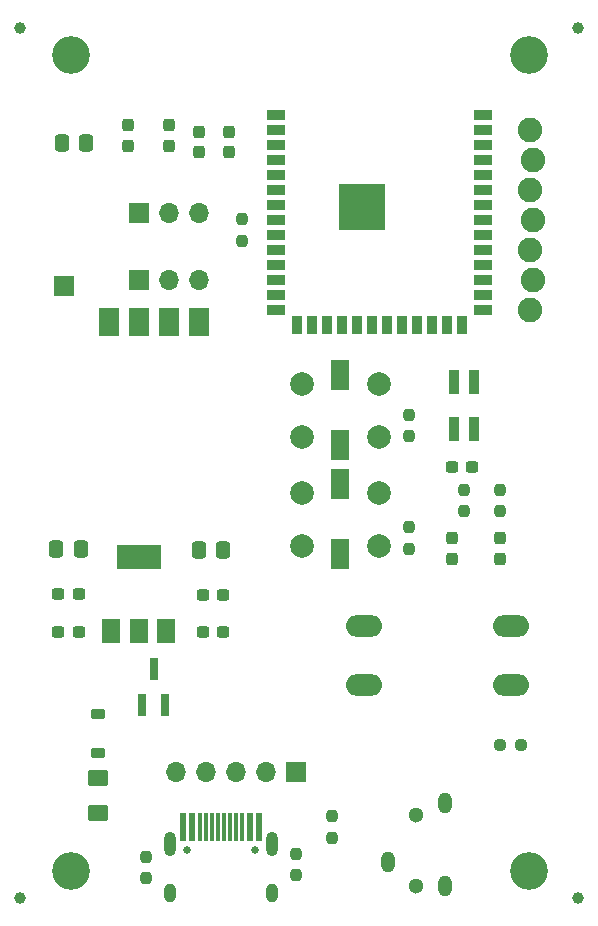
<source format=gbr>
%TF.GenerationSoftware,KiCad,Pcbnew,(7.0.0)*%
%TF.CreationDate,2023-12-01T19:40:39-08:00*%
%TF.ProjectId,OpenShock,4f70656e-5368-46f6-936b-2e6b69636164,rev?*%
%TF.SameCoordinates,Original*%
%TF.FileFunction,Soldermask,Top*%
%TF.FilePolarity,Negative*%
%FSLAX46Y46*%
G04 Gerber Fmt 4.6, Leading zero omitted, Abs format (unit mm)*
G04 Created by KiCad (PCBNEW (7.0.0)) date 2023-12-01 19:40:39*
%MOMM*%
%LPD*%
G01*
G04 APERTURE LIST*
G04 Aperture macros list*
%AMRoundRect*
0 Rectangle with rounded corners*
0 $1 Rounding radius*
0 $2 $3 $4 $5 $6 $7 $8 $9 X,Y pos of 4 corners*
0 Add a 4 corners polygon primitive as box body*
4,1,4,$2,$3,$4,$5,$6,$7,$8,$9,$2,$3,0*
0 Add four circle primitives for the rounded corners*
1,1,$1+$1,$2,$3*
1,1,$1+$1,$4,$5*
1,1,$1+$1,$6,$7*
1,1,$1+$1,$8,$9*
0 Add four rect primitives between the rounded corners*
20,1,$1+$1,$2,$3,$4,$5,0*
20,1,$1+$1,$4,$5,$6,$7,0*
20,1,$1+$1,$6,$7,$8,$9,0*
20,1,$1+$1,$8,$9,$2,$3,0*%
G04 Aperture macros list end*
%ADD10R,1.500000X0.900000*%
%ADD11R,0.900000X1.500000*%
%ADD12C,0.600000*%
%ADD13R,3.900000X3.900000*%
%ADD14RoundRect,0.237500X0.237500X-0.250000X0.237500X0.250000X-0.237500X0.250000X-0.237500X-0.250000X0*%
%ADD15RoundRect,0.237500X-0.300000X-0.237500X0.300000X-0.237500X0.300000X0.237500X-0.300000X0.237500X0*%
%ADD16C,3.200000*%
%ADD17R,0.850000X2.050000*%
%ADD18C,1.300000*%
%ADD19O,1.200000X1.800000*%
%ADD20R,1.700000X1.700000*%
%ADD21C,1.000000*%
%ADD22R,1.500000X2.000000*%
%ADD23R,3.800000X2.000000*%
%ADD24RoundRect,0.237500X0.237500X-0.300000X0.237500X0.300000X-0.237500X0.300000X-0.237500X-0.300000X0*%
%ADD25RoundRect,0.237500X-0.250000X-0.237500X0.250000X-0.237500X0.250000X0.237500X-0.250000X0.237500X0*%
%ADD26O,1.700000X1.700000*%
%ADD27C,2.000000*%
%ADD28R,1.600000X2.600000*%
%ADD29R,1.600000X2.500000*%
%ADD30RoundRect,0.250001X-0.624999X0.462499X-0.624999X-0.462499X0.624999X-0.462499X0.624999X0.462499X0*%
%ADD31RoundRect,0.237500X-0.237500X0.250000X-0.237500X-0.250000X0.237500X-0.250000X0.237500X0.250000X0*%
%ADD32RoundRect,0.250000X0.337500X0.475000X-0.337500X0.475000X-0.337500X-0.475000X0.337500X-0.475000X0*%
%ADD33C,0.650000*%
%ADD34R,0.600000X2.450000*%
%ADD35R,0.300000X2.450000*%
%ADD36O,1.000000X2.100000*%
%ADD37O,1.000000X1.600000*%
%ADD38O,3.048000X1.850000*%
%ADD39RoundRect,0.237500X0.237500X-0.287500X0.237500X0.287500X-0.237500X0.287500X-0.237500X-0.287500X0*%
%ADD40RoundRect,0.237500X0.300000X0.237500X-0.300000X0.237500X-0.300000X-0.237500X0.300000X-0.237500X0*%
%ADD41RoundRect,0.225000X-0.375000X0.225000X-0.375000X-0.225000X0.375000X-0.225000X0.375000X0.225000X0*%
%ADD42RoundRect,0.250000X-0.337500X-0.475000X0.337500X-0.475000X0.337500X0.475000X-0.337500X0.475000X0*%
%ADD43R,0.800000X1.900000*%
%ADD44R,1.800000X2.424000*%
%ADD45RoundRect,0.237500X-0.237500X0.300000X-0.237500X-0.300000X0.237500X-0.300000X0.237500X0.300000X0*%
%ADD46C,2.082800*%
G04 APERTURE END LIST*
D10*
%TO.C,U1*%
X120254999Y-44523999D03*
X120254999Y-45793999D03*
X120254999Y-47063999D03*
X120254999Y-48333999D03*
X120254999Y-49603999D03*
X120254999Y-50873999D03*
X120254999Y-52143999D03*
X120254999Y-53413999D03*
X120254999Y-54683999D03*
X120254999Y-55953999D03*
X120254999Y-57223999D03*
X120254999Y-58493999D03*
X120254999Y-59763999D03*
X120254999Y-61033999D03*
D11*
X122019999Y-62283999D03*
X123289999Y-62283999D03*
X124559999Y-62283999D03*
X125829999Y-62283999D03*
X127099999Y-62283999D03*
X128369999Y-62283999D03*
X129639999Y-62283999D03*
X130909999Y-62283999D03*
X132179999Y-62283999D03*
X133449999Y-62283999D03*
X134719999Y-62283999D03*
X135989999Y-62283999D03*
D10*
X137754999Y-61033999D03*
X137754999Y-59763999D03*
X137754999Y-58493999D03*
X137754999Y-57223999D03*
X137754999Y-55953999D03*
X137754999Y-54683999D03*
X137754999Y-53413999D03*
X137754999Y-52143999D03*
X137754999Y-50873999D03*
X137754999Y-49603999D03*
X137754999Y-48333999D03*
X137754999Y-47063999D03*
X137754999Y-45793999D03*
X137754999Y-44523999D03*
D12*
X126105000Y-51544000D03*
X126105000Y-52944000D03*
X126805000Y-50844000D03*
X126805000Y-52244000D03*
X126805000Y-53644000D03*
X127505000Y-51544000D03*
D13*
X127504999Y-52243999D03*
D12*
X127505000Y-52944000D03*
X128205000Y-50844000D03*
X128205000Y-52244000D03*
X128205000Y-53644000D03*
X128905000Y-51544000D03*
X128905000Y-52944000D03*
%TD*%
D14*
%TO.C,R3*%
X124968000Y-105664000D03*
X124968000Y-103839000D03*
%TD*%
D15*
%TO.C,C3*%
X114015000Y-88265000D03*
X115740000Y-88265000D03*
%TD*%
D14*
%TO.C,R9*%
X117348000Y-55141500D03*
X117348000Y-53316500D03*
%TD*%
D16*
%TO.C,REF\u002A\u002A*%
X141605000Y-39370000D03*
%TD*%
D17*
%TO.C,D1*%
X135254999Y-71066999D03*
X137004999Y-71066999D03*
X137004999Y-67116999D03*
X135254999Y-67116999D03*
%TD*%
D14*
%TO.C,R7*%
X136144000Y-78025000D03*
X136144000Y-76200000D03*
%TD*%
%TO.C,R2*%
X131445000Y-81200000D03*
X131445000Y-79375000D03*
%TD*%
D18*
%TO.C,CN1*%
X132080000Y-109728000D03*
X132080000Y-103728000D03*
D19*
X134479999Y-109727999D03*
X134479999Y-102727999D03*
X129679999Y-107727999D03*
%TD*%
D16*
%TO.C,REF\u002A\u002A*%
X102870000Y-108458000D03*
%TD*%
D20*
%TO.C,AE1*%
X102234999Y-58927999D03*
%TD*%
D21*
%TO.C,*%
X145764000Y-37107400D03*
%TD*%
D22*
%TO.C,U2*%
X106284999Y-88214999D03*
X108584999Y-88214999D03*
D23*
X108584999Y-81914999D03*
D22*
X110884999Y-88214999D03*
%TD*%
D15*
%TO.C,C2*%
X101780000Y-88240000D03*
X103505000Y-88240000D03*
%TD*%
D24*
%TO.C,C5*%
X111125000Y-47090500D03*
X111125000Y-45365500D03*
%TD*%
D25*
%TO.C,R8*%
X139145000Y-97790000D03*
X140970000Y-97790000D03*
%TD*%
D20*
%TO.C,J6*%
X121919999Y-100075999D03*
D26*
X119379999Y-100075999D03*
X116839999Y-100075999D03*
X114299999Y-100075999D03*
X111759999Y-100075999D03*
%TD*%
D27*
%TO.C,SW2*%
X128905000Y-76490000D03*
X122405000Y-80990000D03*
X128905000Y-80990000D03*
D28*
X125654999Y-81689999D03*
D29*
X125654999Y-75739999D03*
D27*
X122405000Y-76490000D03*
%TD*%
D14*
%TO.C,R4*%
X121920000Y-108862500D03*
X121920000Y-107037500D03*
%TD*%
D15*
%TO.C,C1*%
X101780000Y-85065000D03*
X103505000Y-85065000D03*
%TD*%
D21*
%TO.C,FID4*%
X145780000Y-110783400D03*
%TD*%
%TO.C,FID1*%
X98552000Y-37084000D03*
%TD*%
D30*
%TO.C,F1*%
X105156000Y-100620500D03*
X105156000Y-103595500D03*
%TD*%
D20*
%TO.C,J3*%
X108584999Y-58419999D03*
D26*
X111124999Y-58419999D03*
X113664999Y-58419999D03*
%TD*%
D27*
%TO.C,SW1*%
X128905000Y-67255000D03*
X122405000Y-71755000D03*
X128905000Y-71755000D03*
D28*
X125654999Y-72454999D03*
D29*
X125654999Y-66504999D03*
D27*
X122405000Y-67255000D03*
%TD*%
D16*
%TO.C,REF\u002A\u002A*%
X141605000Y-108458000D03*
%TD*%
D14*
%TO.C,R5*%
X109220000Y-109116500D03*
X109220000Y-107291500D03*
%TD*%
D24*
%TO.C,C6*%
X107696000Y-47090500D03*
X107696000Y-45365500D03*
%TD*%
D31*
%TO.C,R1*%
X131445000Y-69850000D03*
X131445000Y-71675000D03*
%TD*%
D21*
%TO.C,FID4*%
X98568000Y-110760000D03*
%TD*%
D32*
%TO.C,C12*%
X104161500Y-46863000D03*
X102086500Y-46863000D03*
%TD*%
D33*
%TO.C,J1*%
X112680000Y-106720000D03*
X118460000Y-106720000D03*
D34*
X112344999Y-104774999D03*
X113119999Y-104774999D03*
D35*
X114319999Y-104774999D03*
X115319999Y-104774999D03*
X115819999Y-104774999D03*
X116819999Y-104774999D03*
D34*
X118019999Y-104769999D03*
X118794999Y-104774999D03*
X118794999Y-104769999D03*
X118019999Y-104774999D03*
D35*
X117319999Y-104774999D03*
X116319999Y-104774999D03*
X114819999Y-104774999D03*
X113819999Y-104774999D03*
D34*
X113119999Y-104744999D03*
X112344999Y-104769999D03*
D36*
X111249999Y-106189999D03*
D37*
X111249999Y-110369999D03*
D36*
X119889999Y-106189999D03*
D37*
X119889999Y-110369999D03*
%TD*%
D16*
%TO.C,REF\u002A\u002A*%
X102870000Y-39370000D03*
%TD*%
D38*
%TO.C,SW3*%
X127634999Y-87709999D03*
X140134999Y-87709999D03*
X127634999Y-92709999D03*
X140134999Y-92709999D03*
%TD*%
D39*
%TO.C,D3*%
X139192000Y-82089000D03*
X139192000Y-80339000D03*
%TD*%
D40*
%TO.C,C7*%
X136825000Y-74295000D03*
X135100000Y-74295000D03*
%TD*%
D41*
%TO.C,D2*%
X105156000Y-95215500D03*
X105156000Y-98515500D03*
%TD*%
D42*
%TO.C,C11*%
X113665000Y-81280000D03*
X115740000Y-81280000D03*
%TD*%
D15*
%TO.C,C4*%
X114015000Y-85090000D03*
X115740000Y-85090000D03*
%TD*%
D43*
%TO.C,U3*%
X108904999Y-94414999D03*
X110804999Y-94414999D03*
X109854999Y-91414999D03*
%TD*%
D20*
%TO.C,J2*%
X108584999Y-52806999D03*
D26*
X111124999Y-52806999D03*
X113664999Y-52806999D03*
%TD*%
D39*
%TO.C,D4*%
X135128000Y-82089000D03*
X135128000Y-80339000D03*
%TD*%
D42*
%TO.C,C10*%
X101605000Y-81255000D03*
X103680000Y-81255000D03*
%TD*%
D44*
%TO.C,U4*%
X113664999Y-62044999D03*
X111124999Y-62044999D03*
X108584999Y-62044999D03*
X106044999Y-62044999D03*
%TD*%
D14*
%TO.C,R6*%
X139192000Y-78025000D03*
X139192000Y-76200000D03*
%TD*%
D45*
%TO.C,C9*%
X113665000Y-45900000D03*
X113665000Y-47625000D03*
%TD*%
%TO.C,C8*%
X116205000Y-45900000D03*
X116205000Y-47625000D03*
%TD*%
D46*
%TO.C,J4*%
X141732000Y-45720000D03*
X141986000Y-48260000D03*
X141732000Y-50800000D03*
X141986000Y-53340000D03*
X141732000Y-55880000D03*
X141986000Y-58420000D03*
X141732000Y-60960000D03*
%TD*%
M02*

</source>
